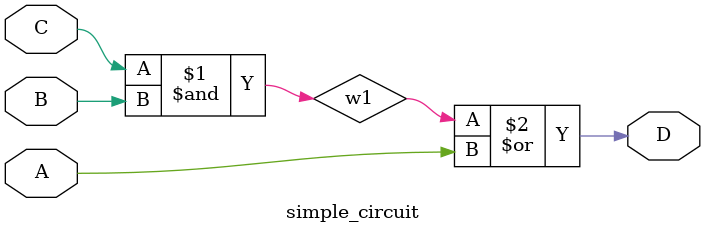
<source format=v>
module and2(a,b,c);
	input a,b;
	output c;
	assign c=a&b;
endmodule

module or2(a,b,c);
	input a,b;
	output c;
	assign c=a | b;
endmodule

module simple_circuit (A,B,C,D);
	output D;
	input A, B, C;
	wire w1;	
	and G1 (w1,C,B);
	or G2 (D,w1,A);
endmodule
</source>
